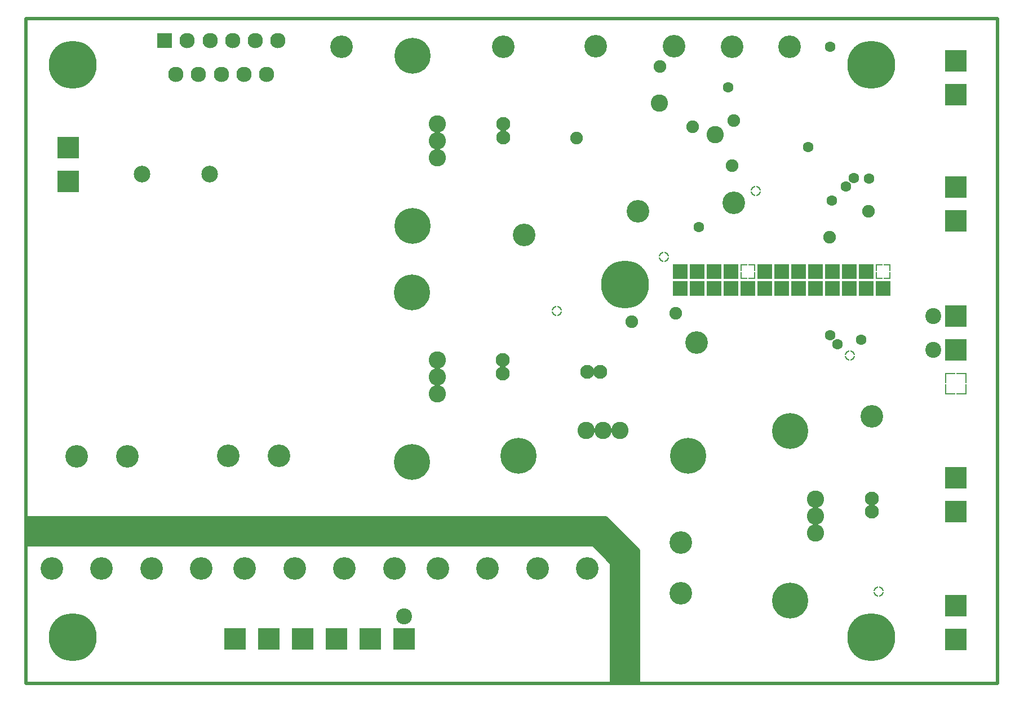
<source format=gbr>
%FSLAX33Y33*%
%MOMM*%
G04 EasyPC Gerber Version 17.0 Build 3379 *
%ADD128R,2.20000X2.20000*%
%ADD130R,2.30000X2.30000*%
%ADD120R,3.20000X3.20000*%
%ADD114C,0.52700*%
%ADD135C,1.60000*%
%ADD136C,1.90000*%
%ADD125C,2.10000*%
%ADD131C,2.30000*%
%ADD121C,2.40000*%
%ADD133C,2.50000*%
%ADD117C,2.60000*%
%ADD122C,2.60000*%
%ADD118C,3.40000*%
%ADD124C,5.40000*%
%AMT129*0 Thermal pad*4,1,6,0.90000,0.10000,0.90000,0.90000,0.10000,0.90000,0.10000,1.10000,1.10000,1.10000,1.10000,0.10000,0.90000,0.10000,0*4,1,6,-0.10000,0.90000,-0.90000,0.90000,-0.90000,0.10000,-1.10000,0.10000,-1.10000,1.10000,-0.10000,1.10000,-0.10000,0.90000,0*4,1,6,-0.90000,-0.10000,-0.90000,-0.90000,-0.10000,-0.90000,-0.10000,-1.10000,-1.10000,-1.10000,-1.10000,-0.10000,-0.90000,-0.10000,0*4,1,6,0.10000,-0.90000,0.90000,-0.90000,0.90000,-0.10000,1.10000,-0.10000,1.10000,-1.10000,0.10000,-1.10000,0.10000,-0.90000,0*%
%ADD129T129*%
%AMT127*0 Thermal pad*4,1,6,1.40000,0.10000,1.40000,1.40000,0.10000,1.40000,0.10000,1.60000,1.60000,1.60000,1.60000,0.10000,1.40000,0.10000,0*4,1,6,-0.10000,1.40000,-1.40000,1.40000,-1.40000,0.10000,-1.60000,0.10000,-1.60000,1.60000,-0.10000,1.60000,-0.10000,1.40000,0*4,1,6,-1.40000,-0.10000,-1.40000,-1.40000,-0.10000,-1.40000,-0.10000,-1.60000,-1.60000,-1.60000,-1.60000,-0.10000,-1.40000,-0.10000,0*4,1,6,0.10000,-1.40000,1.40000,-1.40000,1.40000,-0.10000,1.60000,-0.10000,1.60000,-1.60000,0.10000,-1.60000,0.10000,-1.40000,0*%
%ADD127T127*%
%AMT115*0 Thermal pad*7,0,0,1.60000,1.20000,0.20000,0*%
%ADD115T115*%
%ADD116C,7.20000*%
X0Y0D02*
D02*
D114*
X64Y889D02*
X146039D01*
Y100839*
X64*
Y889*
X92064D02*
X88001D01*
Y18964*
X85251Y21714*
X64*
Y25776*
X87189*
X92064Y20901*
Y889*
G36*
X88001*
Y18964*
X85251Y21714*
X64*
Y25776*
X87189*
X92064Y20901*
Y889*
G37*
D02*
D115*
X79794Y56849D03*
X95914Y65039D03*
X109689Y74939D03*
X123789Y50189D03*
X128139Y14714D03*
D02*
D116*
X7064Y7889D03*
Y93889D03*
X90064Y60889D03*
X127064Y7889D03*
Y93889D03*
D02*
D117*
X95189Y88114D03*
X103539Y83389D03*
D02*
D118*
X3888Y18146D03*
X7614Y34989D03*
X11389Y18146D03*
X15234Y34989D03*
X18889Y18146D03*
X26389D03*
X30414Y35089D03*
X32889Y18146D03*
X38034Y35089D03*
X40389Y18146D03*
X47439Y96589D03*
X47889Y18146D03*
X55389D03*
X61889D03*
X69389D03*
X71739Y96597D03*
X74839Y68339D03*
X76889Y18146D03*
X84389D03*
X85614Y96689D03*
X91939Y71889D03*
X97389Y96663D03*
X98439Y14489D03*
Y22109D03*
X100789Y52114D03*
X106089Y96614D03*
X106339Y73089D03*
X114789Y96614D03*
X127139Y41064D03*
D02*
D120*
X6389Y76384D03*
Y81464D03*
X31414Y7614D03*
X36493D03*
X41574D03*
X46654D03*
X51734D03*
X56814D03*
X139712Y26709D03*
Y31789D03*
Y51009D03*
Y56089D03*
Y70409D03*
Y75489D03*
X139739Y7509D03*
Y12589D03*
Y89409D03*
Y94489D03*
D02*
D121*
X56814Y10959D03*
X136362Y51009D03*
X136367Y56089D03*
D02*
D122*
X61839Y44399D03*
Y46939D03*
Y49479D03*
X61864Y79899D03*
Y82439D03*
Y84979D03*
X84198Y38914D03*
X86739D03*
X89279D03*
X118639Y23524D03*
Y26064D03*
Y28604D03*
D02*
D124*
X58049Y34189D03*
Y59689D03*
X58074Y69689D03*
Y95189D03*
X73989Y35124D03*
X99489D03*
X114849Y13314D03*
Y38814D03*
D02*
D125*
X71689Y47489D03*
Y49489D03*
X71739Y82964D03*
Y84964D03*
X84339Y47689D03*
X86339D03*
X127093Y26689D03*
Y28689D03*
D02*
D127*
X139712Y45929D03*
D02*
D128*
X98359Y60249D03*
Y62789D03*
X100899Y60249D03*
Y62789D03*
X103439Y60249D03*
Y62789D03*
X105978Y60249D03*
Y62789D03*
X108518Y60249D03*
X111059D03*
Y62789D03*
X113599Y60249D03*
Y62789D03*
X116139Y60249D03*
Y62789D03*
X118679Y60249D03*
Y62789D03*
X121218Y60249D03*
Y62789D03*
X123759Y60249D03*
Y62789D03*
X126299Y60249D03*
Y62789D03*
X128839Y60249D03*
D02*
D129*
X108518Y62789D03*
X128839D03*
D02*
D130*
X20870Y97522D03*
D02*
D131*
X22572Y92442D03*
X24274Y97522D03*
X25976Y92442D03*
X27678Y97522D03*
X29380Y92442D03*
X31081Y97522D03*
X32783Y92442D03*
X34485Y97522D03*
X36187Y92442D03*
X37889Y97522D03*
D02*
D133*
X17489Y77464D03*
X27649D03*
D02*
D135*
X101151Y69514D03*
X105539Y90489D03*
X117539Y81489D03*
X120889Y53214D03*
Y96589D03*
X121139Y73464D03*
X121939Y51889D03*
X123239Y75564D03*
X124389Y76839D03*
X125514Y52539D03*
X126689Y76789D03*
D02*
D136*
X82764Y82889D03*
X91068Y55224D03*
X95314Y93614D03*
X97689Y56564D03*
X100214Y84564D03*
X106139Y78689D03*
X106339Y85489D03*
X120805Y67980D03*
X126614Y71864D03*
X0Y0D02*
M02*

</source>
